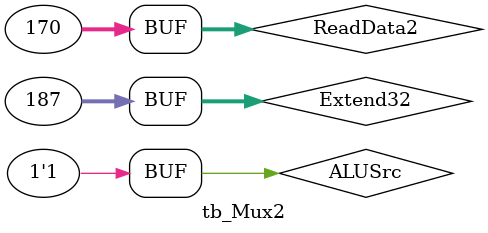
<source format=v>
module tb_Mux2;

	reg ALUSrc;
	reg [31:0] ReadData2,Extend32;	
	
	wire [31:0] ALU_B;


Mux2 dut(.ALUSrc(ALUSrc), .ReadData2(ReadData2), .Extend32(Extend32), .ALU_B(ALU_B));

initial begin

#5 ALUSrc=0;ReadData2=32'h000000AA;Extend32=32'h000000BB;
#5 ALUSrc=1;ReadData2=32'h000000AA;Extend32=32'h000000BB;
	

end
endmodule

</source>
